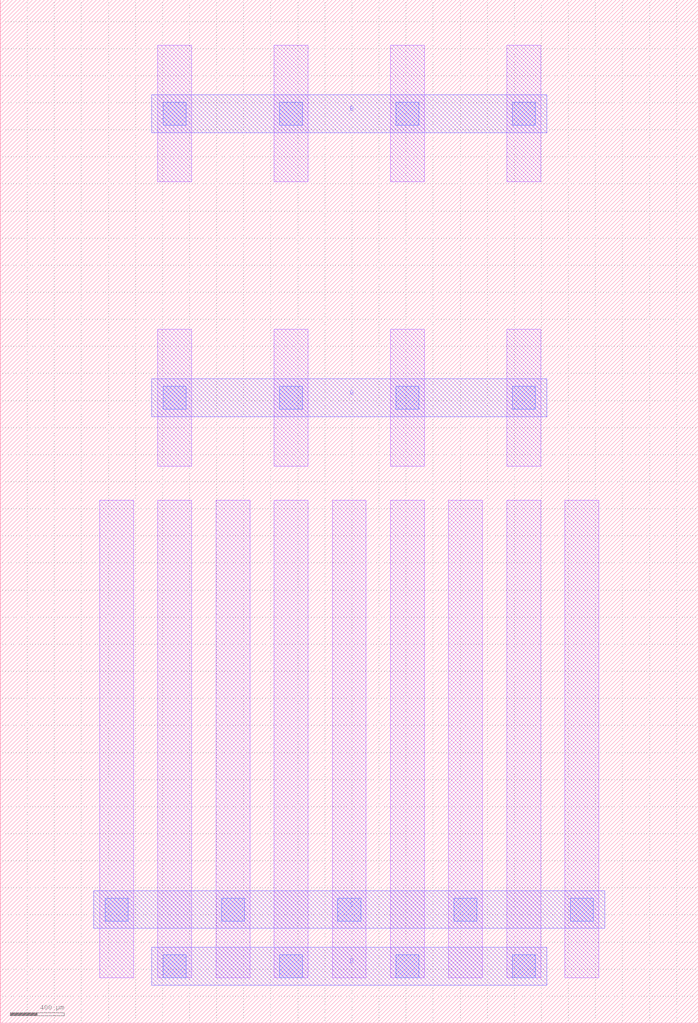
<source format=lef>
MACRO NMOS_4T_33979225_X4_Y1
  UNITS 
    DATABASE MICRONS UNITS 1000;
  END UNITS 
  ORIGIN 0 0 ;
  FOREIGN NMOS_4T_33979225_X4_Y1 0 0 ;
  SIZE 5160 BY 7560 ;
  PIN B
    DIRECTION INOUT ;
    USE SIGNAL ;
    PORT
      LAYER M2 ;
        RECT 1120 6580 4040 6860 ;
    END
  END B
  PIN D
    DIRECTION INOUT ;
    USE SIGNAL ;
    PORT
      LAYER M2 ;
        RECT 1120 280 4040 560 ;
    END
  END D
  PIN G
    DIRECTION INOUT ;
    USE SIGNAL ;
    PORT
      LAYER M2 ;
        RECT 1120 4480 4040 4760 ;
    END
  END G
  PIN S
    DIRECTION INOUT ;
    USE SIGNAL ;
    PORT
      LAYER M2 ;
        RECT 690 700 4470 980 ;
    END
  END S
  OBS
    LAYER M1 ;
      RECT 1165 335 1415 3865 ;
    LAYER M1 ;
      RECT 1165 4115 1415 5125 ;
    LAYER M1 ;
      RECT 1165 6215 1415 7225 ;
    LAYER M1 ;
      RECT 735 335 985 3865 ;
    LAYER M1 ;
      RECT 1595 335 1845 3865 ;
    LAYER M1 ;
      RECT 2025 335 2275 3865 ;
    LAYER M1 ;
      RECT 2025 4115 2275 5125 ;
    LAYER M1 ;
      RECT 2025 6215 2275 7225 ;
    LAYER M1 ;
      RECT 2455 335 2705 3865 ;
    LAYER M1 ;
      RECT 2885 335 3135 3865 ;
    LAYER M1 ;
      RECT 2885 4115 3135 5125 ;
    LAYER M1 ;
      RECT 2885 6215 3135 7225 ;
    LAYER M1 ;
      RECT 3315 335 3565 3865 ;
    LAYER M1 ;
      RECT 3745 335 3995 3865 ;
    LAYER M1 ;
      RECT 3745 4115 3995 5125 ;
    LAYER M1 ;
      RECT 3745 6215 3995 7225 ;
    LAYER M1 ;
      RECT 4175 335 4425 3865 ;
    LAYER V1 ;
      RECT 2925 335 3095 505 ;
    LAYER V1 ;
      RECT 2925 4535 3095 4705 ;
    LAYER V1 ;
      RECT 2925 6635 3095 6805 ;
    LAYER V1 ;
      RECT 3785 335 3955 505 ;
    LAYER V1 ;
      RECT 3785 4535 3955 4705 ;
    LAYER V1 ;
      RECT 3785 6635 3955 6805 ;
    LAYER V1 ;
      RECT 1205 335 1375 505 ;
    LAYER V1 ;
      RECT 1205 4535 1375 4705 ;
    LAYER V1 ;
      RECT 1205 6635 1375 6805 ;
    LAYER V1 ;
      RECT 2065 335 2235 505 ;
    LAYER V1 ;
      RECT 2065 4535 2235 4705 ;
    LAYER V1 ;
      RECT 2065 6635 2235 6805 ;
    LAYER V1 ;
      RECT 775 755 945 925 ;
    LAYER V1 ;
      RECT 1635 755 1805 925 ;
    LAYER V1 ;
      RECT 2495 755 2665 925 ;
    LAYER V1 ;
      RECT 3355 755 3525 925 ;
    LAYER V1 ;
      RECT 4215 755 4385 925 ;
  END
END NMOS_4T_33979225_X4_Y1

</source>
